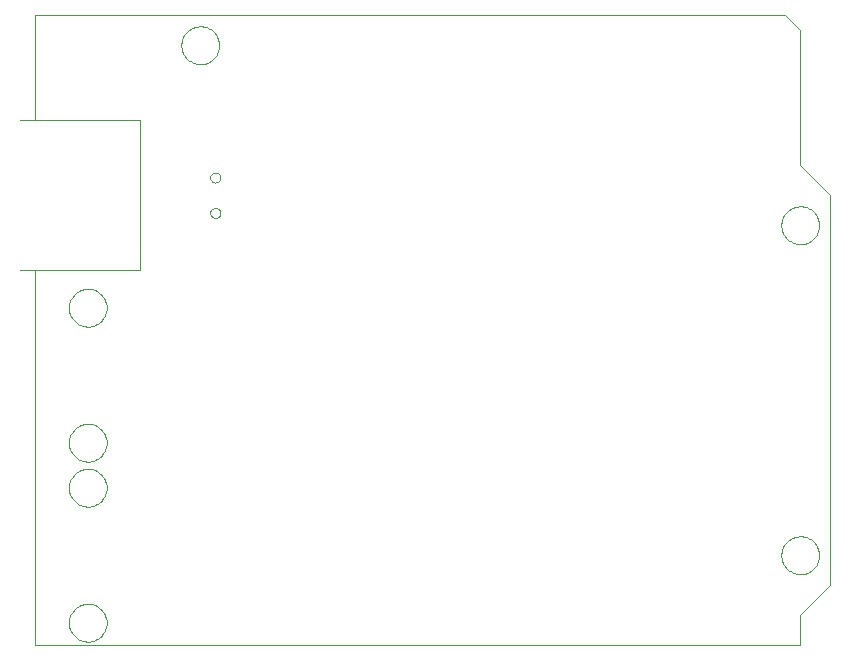
<source format=gm1>
G75*
G70*
%OFA0B0*%
%FSLAX24Y24*%
%IPPOS*%
%LPD*%
%AMOC8*
5,1,8,0,0,1.08239X$1,22.5*
%
%ADD10C,0.0000*%
D10*
X002642Y000500D02*
X028142Y000500D01*
X028142Y001500D01*
X029142Y002500D01*
X029142Y015500D01*
X028142Y016500D01*
X028142Y021000D01*
X027642Y021500D01*
X002642Y021500D01*
X002642Y018000D01*
X006142Y018000D01*
X006142Y013000D01*
X002642Y013000D01*
X002642Y000500D01*
X003762Y001250D02*
X003764Y001300D01*
X003770Y001350D01*
X003780Y001399D01*
X003794Y001447D01*
X003811Y001494D01*
X003832Y001539D01*
X003857Y001583D01*
X003885Y001624D01*
X003917Y001663D01*
X003951Y001700D01*
X003988Y001734D01*
X004028Y001764D01*
X004070Y001791D01*
X004114Y001815D01*
X004160Y001836D01*
X004207Y001852D01*
X004255Y001865D01*
X004305Y001874D01*
X004354Y001879D01*
X004405Y001880D01*
X004455Y001877D01*
X004504Y001870D01*
X004553Y001859D01*
X004601Y001844D01*
X004647Y001826D01*
X004692Y001804D01*
X004735Y001778D01*
X004776Y001749D01*
X004815Y001717D01*
X004851Y001682D01*
X004883Y001644D01*
X004913Y001604D01*
X004940Y001561D01*
X004963Y001517D01*
X004982Y001471D01*
X004998Y001423D01*
X005010Y001374D01*
X005018Y001325D01*
X005022Y001275D01*
X005022Y001225D01*
X005018Y001175D01*
X005010Y001126D01*
X004998Y001077D01*
X004982Y001029D01*
X004963Y000983D01*
X004940Y000939D01*
X004913Y000896D01*
X004883Y000856D01*
X004851Y000818D01*
X004815Y000783D01*
X004776Y000751D01*
X004735Y000722D01*
X004692Y000696D01*
X004647Y000674D01*
X004601Y000656D01*
X004553Y000641D01*
X004504Y000630D01*
X004455Y000623D01*
X004405Y000620D01*
X004354Y000621D01*
X004305Y000626D01*
X004255Y000635D01*
X004207Y000648D01*
X004160Y000664D01*
X004114Y000685D01*
X004070Y000709D01*
X004028Y000736D01*
X003988Y000766D01*
X003951Y000800D01*
X003917Y000837D01*
X003885Y000876D01*
X003857Y000917D01*
X003832Y000961D01*
X003811Y001006D01*
X003794Y001053D01*
X003780Y001101D01*
X003770Y001150D01*
X003764Y001200D01*
X003762Y001250D01*
X003762Y005750D02*
X003764Y005800D01*
X003770Y005850D01*
X003780Y005899D01*
X003794Y005947D01*
X003811Y005994D01*
X003832Y006039D01*
X003857Y006083D01*
X003885Y006124D01*
X003917Y006163D01*
X003951Y006200D01*
X003988Y006234D01*
X004028Y006264D01*
X004070Y006291D01*
X004114Y006315D01*
X004160Y006336D01*
X004207Y006352D01*
X004255Y006365D01*
X004305Y006374D01*
X004354Y006379D01*
X004405Y006380D01*
X004455Y006377D01*
X004504Y006370D01*
X004553Y006359D01*
X004601Y006344D01*
X004647Y006326D01*
X004692Y006304D01*
X004735Y006278D01*
X004776Y006249D01*
X004815Y006217D01*
X004851Y006182D01*
X004883Y006144D01*
X004913Y006104D01*
X004940Y006061D01*
X004963Y006017D01*
X004982Y005971D01*
X004998Y005923D01*
X005010Y005874D01*
X005018Y005825D01*
X005022Y005775D01*
X005022Y005725D01*
X005018Y005675D01*
X005010Y005626D01*
X004998Y005577D01*
X004982Y005529D01*
X004963Y005483D01*
X004940Y005439D01*
X004913Y005396D01*
X004883Y005356D01*
X004851Y005318D01*
X004815Y005283D01*
X004776Y005251D01*
X004735Y005222D01*
X004692Y005196D01*
X004647Y005174D01*
X004601Y005156D01*
X004553Y005141D01*
X004504Y005130D01*
X004455Y005123D01*
X004405Y005120D01*
X004354Y005121D01*
X004305Y005126D01*
X004255Y005135D01*
X004207Y005148D01*
X004160Y005164D01*
X004114Y005185D01*
X004070Y005209D01*
X004028Y005236D01*
X003988Y005266D01*
X003951Y005300D01*
X003917Y005337D01*
X003885Y005376D01*
X003857Y005417D01*
X003832Y005461D01*
X003811Y005506D01*
X003794Y005553D01*
X003780Y005601D01*
X003770Y005650D01*
X003764Y005700D01*
X003762Y005750D01*
X003762Y007250D02*
X003764Y007300D01*
X003770Y007350D01*
X003780Y007399D01*
X003794Y007447D01*
X003811Y007494D01*
X003832Y007539D01*
X003857Y007583D01*
X003885Y007624D01*
X003917Y007663D01*
X003951Y007700D01*
X003988Y007734D01*
X004028Y007764D01*
X004070Y007791D01*
X004114Y007815D01*
X004160Y007836D01*
X004207Y007852D01*
X004255Y007865D01*
X004305Y007874D01*
X004354Y007879D01*
X004405Y007880D01*
X004455Y007877D01*
X004504Y007870D01*
X004553Y007859D01*
X004601Y007844D01*
X004647Y007826D01*
X004692Y007804D01*
X004735Y007778D01*
X004776Y007749D01*
X004815Y007717D01*
X004851Y007682D01*
X004883Y007644D01*
X004913Y007604D01*
X004940Y007561D01*
X004963Y007517D01*
X004982Y007471D01*
X004998Y007423D01*
X005010Y007374D01*
X005018Y007325D01*
X005022Y007275D01*
X005022Y007225D01*
X005018Y007175D01*
X005010Y007126D01*
X004998Y007077D01*
X004982Y007029D01*
X004963Y006983D01*
X004940Y006939D01*
X004913Y006896D01*
X004883Y006856D01*
X004851Y006818D01*
X004815Y006783D01*
X004776Y006751D01*
X004735Y006722D01*
X004692Y006696D01*
X004647Y006674D01*
X004601Y006656D01*
X004553Y006641D01*
X004504Y006630D01*
X004455Y006623D01*
X004405Y006620D01*
X004354Y006621D01*
X004305Y006626D01*
X004255Y006635D01*
X004207Y006648D01*
X004160Y006664D01*
X004114Y006685D01*
X004070Y006709D01*
X004028Y006736D01*
X003988Y006766D01*
X003951Y006800D01*
X003917Y006837D01*
X003885Y006876D01*
X003857Y006917D01*
X003832Y006961D01*
X003811Y007006D01*
X003794Y007053D01*
X003780Y007101D01*
X003770Y007150D01*
X003764Y007200D01*
X003762Y007250D01*
X003762Y011750D02*
X003764Y011800D01*
X003770Y011850D01*
X003780Y011899D01*
X003794Y011947D01*
X003811Y011994D01*
X003832Y012039D01*
X003857Y012083D01*
X003885Y012124D01*
X003917Y012163D01*
X003951Y012200D01*
X003988Y012234D01*
X004028Y012264D01*
X004070Y012291D01*
X004114Y012315D01*
X004160Y012336D01*
X004207Y012352D01*
X004255Y012365D01*
X004305Y012374D01*
X004354Y012379D01*
X004405Y012380D01*
X004455Y012377D01*
X004504Y012370D01*
X004553Y012359D01*
X004601Y012344D01*
X004647Y012326D01*
X004692Y012304D01*
X004735Y012278D01*
X004776Y012249D01*
X004815Y012217D01*
X004851Y012182D01*
X004883Y012144D01*
X004913Y012104D01*
X004940Y012061D01*
X004963Y012017D01*
X004982Y011971D01*
X004998Y011923D01*
X005010Y011874D01*
X005018Y011825D01*
X005022Y011775D01*
X005022Y011725D01*
X005018Y011675D01*
X005010Y011626D01*
X004998Y011577D01*
X004982Y011529D01*
X004963Y011483D01*
X004940Y011439D01*
X004913Y011396D01*
X004883Y011356D01*
X004851Y011318D01*
X004815Y011283D01*
X004776Y011251D01*
X004735Y011222D01*
X004692Y011196D01*
X004647Y011174D01*
X004601Y011156D01*
X004553Y011141D01*
X004504Y011130D01*
X004455Y011123D01*
X004405Y011120D01*
X004354Y011121D01*
X004305Y011126D01*
X004255Y011135D01*
X004207Y011148D01*
X004160Y011164D01*
X004114Y011185D01*
X004070Y011209D01*
X004028Y011236D01*
X003988Y011266D01*
X003951Y011300D01*
X003917Y011337D01*
X003885Y011376D01*
X003857Y011417D01*
X003832Y011461D01*
X003811Y011506D01*
X003794Y011553D01*
X003780Y011601D01*
X003770Y011650D01*
X003764Y011700D01*
X003762Y011750D01*
X002642Y013000D02*
X002142Y013000D01*
X002642Y013000D02*
X006142Y013000D01*
X006142Y018000D01*
X002142Y018000D01*
X007512Y020500D02*
X007514Y020550D01*
X007520Y020600D01*
X007530Y020649D01*
X007544Y020697D01*
X007561Y020744D01*
X007582Y020789D01*
X007607Y020833D01*
X007635Y020874D01*
X007667Y020913D01*
X007701Y020950D01*
X007738Y020984D01*
X007778Y021014D01*
X007820Y021041D01*
X007864Y021065D01*
X007910Y021086D01*
X007957Y021102D01*
X008005Y021115D01*
X008055Y021124D01*
X008104Y021129D01*
X008155Y021130D01*
X008205Y021127D01*
X008254Y021120D01*
X008303Y021109D01*
X008351Y021094D01*
X008397Y021076D01*
X008442Y021054D01*
X008485Y021028D01*
X008526Y020999D01*
X008565Y020967D01*
X008601Y020932D01*
X008633Y020894D01*
X008663Y020854D01*
X008690Y020811D01*
X008713Y020767D01*
X008732Y020721D01*
X008748Y020673D01*
X008760Y020624D01*
X008768Y020575D01*
X008772Y020525D01*
X008772Y020475D01*
X008768Y020425D01*
X008760Y020376D01*
X008748Y020327D01*
X008732Y020279D01*
X008713Y020233D01*
X008690Y020189D01*
X008663Y020146D01*
X008633Y020106D01*
X008601Y020068D01*
X008565Y020033D01*
X008526Y020001D01*
X008485Y019972D01*
X008442Y019946D01*
X008397Y019924D01*
X008351Y019906D01*
X008303Y019891D01*
X008254Y019880D01*
X008205Y019873D01*
X008155Y019870D01*
X008104Y019871D01*
X008055Y019876D01*
X008005Y019885D01*
X007957Y019898D01*
X007910Y019914D01*
X007864Y019935D01*
X007820Y019959D01*
X007778Y019986D01*
X007738Y020016D01*
X007701Y020050D01*
X007667Y020087D01*
X007635Y020126D01*
X007607Y020167D01*
X007582Y020211D01*
X007561Y020256D01*
X007544Y020303D01*
X007530Y020351D01*
X007520Y020400D01*
X007514Y020450D01*
X007512Y020500D01*
X008475Y016091D02*
X008477Y016116D01*
X008483Y016141D01*
X008492Y016165D01*
X008505Y016187D01*
X008522Y016207D01*
X008541Y016224D01*
X008562Y016238D01*
X008586Y016248D01*
X008610Y016255D01*
X008636Y016258D01*
X008661Y016257D01*
X008686Y016252D01*
X008710Y016243D01*
X008733Y016231D01*
X008753Y016216D01*
X008771Y016197D01*
X008786Y016176D01*
X008797Y016153D01*
X008805Y016129D01*
X008809Y016104D01*
X008809Y016078D01*
X008805Y016053D01*
X008797Y016029D01*
X008786Y016006D01*
X008771Y015985D01*
X008753Y015966D01*
X008733Y015951D01*
X008710Y015939D01*
X008686Y015930D01*
X008661Y015925D01*
X008636Y015924D01*
X008610Y015927D01*
X008586Y015934D01*
X008562Y015944D01*
X008541Y015958D01*
X008522Y015975D01*
X008505Y015995D01*
X008492Y016017D01*
X008483Y016041D01*
X008477Y016066D01*
X008475Y016091D01*
X008475Y014909D02*
X008477Y014934D01*
X008483Y014959D01*
X008492Y014983D01*
X008505Y015005D01*
X008522Y015025D01*
X008541Y015042D01*
X008562Y015056D01*
X008586Y015066D01*
X008610Y015073D01*
X008636Y015076D01*
X008661Y015075D01*
X008686Y015070D01*
X008710Y015061D01*
X008733Y015049D01*
X008753Y015034D01*
X008771Y015015D01*
X008786Y014994D01*
X008797Y014971D01*
X008805Y014947D01*
X008809Y014922D01*
X008809Y014896D01*
X008805Y014871D01*
X008797Y014847D01*
X008786Y014824D01*
X008771Y014803D01*
X008753Y014784D01*
X008733Y014769D01*
X008710Y014757D01*
X008686Y014748D01*
X008661Y014743D01*
X008636Y014742D01*
X008610Y014745D01*
X008586Y014752D01*
X008562Y014762D01*
X008541Y014776D01*
X008522Y014793D01*
X008505Y014813D01*
X008492Y014835D01*
X008483Y014859D01*
X008477Y014884D01*
X008475Y014909D01*
X027512Y014500D02*
X027514Y014550D01*
X027520Y014600D01*
X027530Y014649D01*
X027544Y014697D01*
X027561Y014744D01*
X027582Y014789D01*
X027607Y014833D01*
X027635Y014874D01*
X027667Y014913D01*
X027701Y014950D01*
X027738Y014984D01*
X027778Y015014D01*
X027820Y015041D01*
X027864Y015065D01*
X027910Y015086D01*
X027957Y015102D01*
X028005Y015115D01*
X028055Y015124D01*
X028104Y015129D01*
X028155Y015130D01*
X028205Y015127D01*
X028254Y015120D01*
X028303Y015109D01*
X028351Y015094D01*
X028397Y015076D01*
X028442Y015054D01*
X028485Y015028D01*
X028526Y014999D01*
X028565Y014967D01*
X028601Y014932D01*
X028633Y014894D01*
X028663Y014854D01*
X028690Y014811D01*
X028713Y014767D01*
X028732Y014721D01*
X028748Y014673D01*
X028760Y014624D01*
X028768Y014575D01*
X028772Y014525D01*
X028772Y014475D01*
X028768Y014425D01*
X028760Y014376D01*
X028748Y014327D01*
X028732Y014279D01*
X028713Y014233D01*
X028690Y014189D01*
X028663Y014146D01*
X028633Y014106D01*
X028601Y014068D01*
X028565Y014033D01*
X028526Y014001D01*
X028485Y013972D01*
X028442Y013946D01*
X028397Y013924D01*
X028351Y013906D01*
X028303Y013891D01*
X028254Y013880D01*
X028205Y013873D01*
X028155Y013870D01*
X028104Y013871D01*
X028055Y013876D01*
X028005Y013885D01*
X027957Y013898D01*
X027910Y013914D01*
X027864Y013935D01*
X027820Y013959D01*
X027778Y013986D01*
X027738Y014016D01*
X027701Y014050D01*
X027667Y014087D01*
X027635Y014126D01*
X027607Y014167D01*
X027582Y014211D01*
X027561Y014256D01*
X027544Y014303D01*
X027530Y014351D01*
X027520Y014400D01*
X027514Y014450D01*
X027512Y014500D01*
X027512Y003500D02*
X027514Y003550D01*
X027520Y003600D01*
X027530Y003649D01*
X027544Y003697D01*
X027561Y003744D01*
X027582Y003789D01*
X027607Y003833D01*
X027635Y003874D01*
X027667Y003913D01*
X027701Y003950D01*
X027738Y003984D01*
X027778Y004014D01*
X027820Y004041D01*
X027864Y004065D01*
X027910Y004086D01*
X027957Y004102D01*
X028005Y004115D01*
X028055Y004124D01*
X028104Y004129D01*
X028155Y004130D01*
X028205Y004127D01*
X028254Y004120D01*
X028303Y004109D01*
X028351Y004094D01*
X028397Y004076D01*
X028442Y004054D01*
X028485Y004028D01*
X028526Y003999D01*
X028565Y003967D01*
X028601Y003932D01*
X028633Y003894D01*
X028663Y003854D01*
X028690Y003811D01*
X028713Y003767D01*
X028732Y003721D01*
X028748Y003673D01*
X028760Y003624D01*
X028768Y003575D01*
X028772Y003525D01*
X028772Y003475D01*
X028768Y003425D01*
X028760Y003376D01*
X028748Y003327D01*
X028732Y003279D01*
X028713Y003233D01*
X028690Y003189D01*
X028663Y003146D01*
X028633Y003106D01*
X028601Y003068D01*
X028565Y003033D01*
X028526Y003001D01*
X028485Y002972D01*
X028442Y002946D01*
X028397Y002924D01*
X028351Y002906D01*
X028303Y002891D01*
X028254Y002880D01*
X028205Y002873D01*
X028155Y002870D01*
X028104Y002871D01*
X028055Y002876D01*
X028005Y002885D01*
X027957Y002898D01*
X027910Y002914D01*
X027864Y002935D01*
X027820Y002959D01*
X027778Y002986D01*
X027738Y003016D01*
X027701Y003050D01*
X027667Y003087D01*
X027635Y003126D01*
X027607Y003167D01*
X027582Y003211D01*
X027561Y003256D01*
X027544Y003303D01*
X027530Y003351D01*
X027520Y003400D01*
X027514Y003450D01*
X027512Y003500D01*
M02*

</source>
